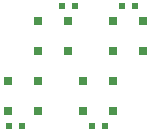
<source format=gbr>
G04 EAGLE Gerber RS-274X export*
G75*
%MOMM*%
%FSLAX34Y34*%
%LPD*%
%INSolderpaste Bottom*%
%IPPOS*%
%AMOC8*
5,1,8,0,0,1.08239X$1,22.5*%
G01*
%ADD10R,0.800000X0.800000*%
%ADD11R,0.609600X0.508000*%


D10*
X635000Y139700D03*
X609600Y139700D03*
X609600Y114300D03*
X635000Y114300D03*
X698500Y139700D03*
X673100Y139700D03*
X673100Y114300D03*
X698500Y114300D03*
X609600Y88900D03*
X584200Y88900D03*
X584200Y63500D03*
X609600Y63500D03*
X673100Y88900D03*
X647700Y88900D03*
X647700Y63500D03*
X673100Y63500D03*
D11*
X665988Y50800D03*
X654812Y50800D03*
X596138Y50800D03*
X584962Y50800D03*
X629412Y152400D03*
X640588Y152400D03*
X680212Y152400D03*
X691388Y152400D03*
M02*

</source>
